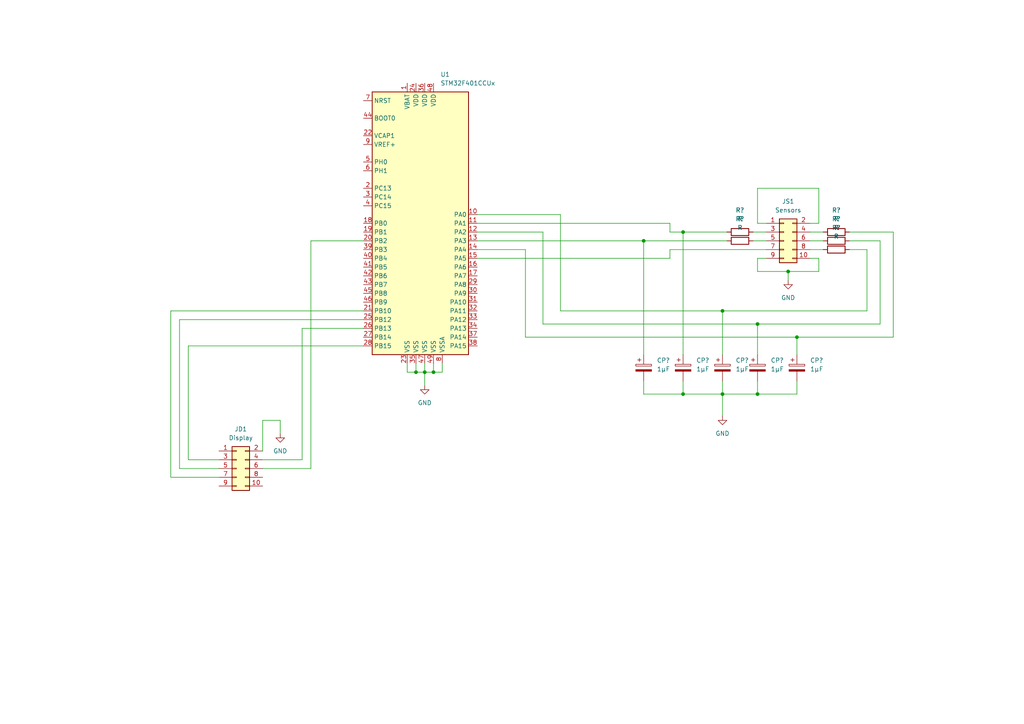
<source format=kicad_sch>
(kicad_sch (version 20211123) (generator eeschema)
  (paper "A4")
  (lib_symbols
    (symbol "Connector_Generic:Conn_02x05_Odd_Even" (pin_names (offset 1.016) hide)
      (property "Reference" "J" (at 1.27 7.62 0))
      (property "Value" "Conn_02x05_Odd_Even" (at 1.27 -7.62 0))
      (symbol "Conn_02x05_Odd_Even_1_1"
        (rectangle (start -1.27 -4.953) (end 0 -5.207) (stroke (width 0.1524)))
        (rectangle (start -1.27 -2.413) (end 0 -2.667) (stroke (width 0.1524)))
        (rectangle (start -1.27 0.127) (end 0 -0.127) (stroke (width 0.1524)))
        (rectangle (start -1.27 2.667) (end 0 2.413) (stroke (width 0.1524)))
        (rectangle (start -1.27 5.207) (end 0 4.953) (stroke (width 0.1524)))
        (rectangle (start -1.27 6.35) (end 3.81 -6.35) (stroke (width 0.254)) (fill (type background)))
        (rectangle (start 3.81 -4.953) (end 2.54 -5.207) (stroke (width 0.1524)))
        (rectangle (start 3.81 -2.413) (end 2.54 -2.667) (stroke (width 0.1524)))
        (rectangle (start 3.81 0.127) (end 2.54 -0.127) (stroke (width 0.1524)))
        (rectangle (start 3.81 2.667) (end 2.54 2.413) (stroke (width 0.1524)))
        (rectangle (start 3.81 5.207) (end 2.54 4.953) (stroke (width 0.1524)))
        (pin passive line (at -5.08 5.08 0) (length 3.81) (name "Pin_1") (number "1"))
        (pin passive line (at 7.62 -5.08 180) (length 3.81) (name "Pin_10") (number "10"))
        (pin passive line (at 7.62 5.08 180) (length 3.81) (name "Pin_2") (number "2"))
        (pin passive line (at -5.08 2.54 0) (length 3.81) (name "Pin_3") (number "3"))
        (pin passive line (at 7.62 2.54 180) (length 3.81) (name "Pin_4") (number "4"))
        (pin passive line (at -5.08 0 0) (length 3.81) (name "Pin_5") (number "5"))
        (pin passive line (at 7.62 0 180) (length 3.81) (name "Pin_6") (number "6"))
        (pin passive line (at -5.08 -2.54 0) (length 3.81) (name "Pin_7") (number "7"))
        (pin passive line (at 7.62 -2.54 180) (length 3.81) (name "Pin_8") (number "8"))
        (pin passive line (at -5.08 -5.08 0) (length 3.81) (name "Pin_9") (number "9"))
      )
    )
    (symbol "Device:C_Polarized" (pin_numbers hide) (pin_names (offset 0.254))
      (property "Reference" "C" (at 0.635 2.54 0))
      (property "Value" "C_Polarized" (at 0.635 -2.54 0))
      (symbol "C_Polarized_0_1"
        (rectangle (start -2.286 0.508) (end 2.286 1.016))
        (polyline (pts (xy -1.778 2.286) (xy -0.762 2.286)))
        (polyline (pts (xy -1.27 2.794) (xy -1.27 1.778)))
        (rectangle (start 2.286 -0.508) (end -2.286 -1.016) (fill (type outline)))
      )
      (symbol "C_Polarized_1_1"
        (pin passive line (at 0 3.81 270) (length 2.794) (name "~") (number "1"))
        (pin passive line (at 0 -3.81 90) (length 2.794) (name "~") (number "2"))
      )
    )
    (symbol "Device:R" (pin_numbers hide) (pin_names (offset 0))
      (property "Reference" "R" (at 2.032 0 90))
      (property "Value" "R" (at 0 0 90))
      (symbol "R_0_1"
        (rectangle (start -1.016 -2.54) (end 1.016 2.54) (stroke (width 0.254)))
      )
      (symbol "R_1_1"
        (pin passive line (at 0 3.81 270) (length 1.27) (name "~") (number "1"))
        (pin passive line (at 0 -3.81 90) (length 1.27) (name "~") (number "2"))
      )
    )
    (symbol "MCU_ST_STM32F4:STM32F401CCUx"
      (property "Reference" "U" (at -15.24 39.37 0))
      (property "Value" "STM32F401CCUx" (at 5.08 39.37 0))
      (symbol "STM32F401CCUx_0_1"
        (rectangle (start -15.24 -38.1) (end 12.7 38.1) (stroke (width 0.254)) (fill (type background)))
      )
      (symbol "STM32F401CCUx_1_1"
        (pin power_in line (at -5.08 40.64 270) (length 2.54) (name "VBAT") (number "1"))
        (pin bidirectional line (at 15.24 2.54 180) (length 2.54) (name "PA0") (number "10"))
        (pin bidirectional line (at 15.24 0 180) (length 2.54) (name "PA1") (number "11"))
        (pin bidirectional line (at 15.24 -2.54 180) (length 2.54) (name "PA2") (number "12"))
        (pin bidirectional line (at 15.24 -5.08 180) (length 2.54) (name "PA3") (number "13"))
        (pin bidirectional line (at 15.24 -7.62 180) (length 2.54) (name "PA4") (number "14"))
        (pin bidirectional line (at 15.24 -10.16 180) (length 2.54) (name "PA5") (number "15"))
        (pin bidirectional line (at 15.24 -12.7 180) (length 2.54) (name "PA6") (number "16"))
        (pin bidirectional line (at 15.24 -15.24 180) (length 2.54) (name "PA7") (number "17"))
        (pin bidirectional line (at -17.78 0 0) (length 2.54) (name "PB0") (number "18"))
        (pin bidirectional line (at -17.78 -2.54 0) (length 2.54) (name "PB1") (number "19"))
        (pin bidirectional line (at -17.78 10.16 0) (length 2.54) (name "PC13") (number "2"))
        (pin bidirectional line (at -17.78 -5.08 0) (length 2.54) (name "PB2") (number "20"))
        (pin bidirectional line (at -17.78 -25.4 0) (length 2.54) (name "PB10") (number "21"))
        (pin power_in line (at -17.78 25.4 0) (length 2.54) (name "VCAP1") (number "22"))
        (pin power_in line (at -5.08 -40.64 90) (length 2.54) (name "VSS") (number "23"))
        (pin power_in line (at -2.54 40.64 270) (length 2.54) (name "VDD") (number "24"))
        (pin bidirectional line (at -17.78 -27.94 0) (length 2.54) (name "PB12") (number "25"))
        (pin bidirectional line (at -17.78 -30.48 0) (length 2.54) (name "PB13") (number "26"))
        (pin bidirectional line (at -17.78 -33.02 0) (length 2.54) (name "PB14") (number "27"))
        (pin bidirectional line (at -17.78 -35.56 0) (length 2.54) (name "PB15") (number "28"))
        (pin bidirectional line (at 15.24 -17.78 180) (length 2.54) (name "PA8") (number "29"))
        (pin bidirectional line (at -17.78 7.62 0) (length 2.54) (name "PC14") (number "3"))
        (pin bidirectional line (at 15.24 -20.32 180) (length 2.54) (name "PA9") (number "30"))
        (pin bidirectional line (at 15.24 -22.86 180) (length 2.54) (name "PA10") (number "31"))
        (pin bidirectional line (at 15.24 -25.4 180) (length 2.54) (name "PA11") (number "32"))
        (pin bidirectional line (at 15.24 -27.94 180) (length 2.54) (name "PA12") (number "33"))
        (pin bidirectional line (at 15.24 -30.48 180) (length 2.54) (name "PA13") (number "34"))
        (pin power_in line (at -2.54 -40.64 90) (length 2.54) (name "VSS") (number "35"))
        (pin power_in line (at 0 40.64 270) (length 2.54) (name "VDD") (number "36"))
        (pin bidirectional line (at 15.24 -33.02 180) (length 2.54) (name "PA14") (number "37"))
        (pin bidirectional line (at 15.24 -35.56 180) (length 2.54) (name "PA15") (number "38"))
        (pin bidirectional line (at -17.78 -7.62 0) (length 2.54) (name "PB3") (number "39"))
        (pin bidirectional line (at -17.78 5.08 0) (length 2.54) (name "PC15") (number "4"))
        (pin bidirectional line (at -17.78 -10.16 0) (length 2.54) (name "PB4") (number "40"))
        (pin bidirectional line (at -17.78 -12.7 0) (length 2.54) (name "PB5") (number "41"))
        (pin bidirectional line (at -17.78 -15.24 0) (length 2.54) (name "PB6") (number "42"))
        (pin bidirectional line (at -17.78 -17.78 0) (length 2.54) (name "PB7") (number "43"))
        (pin input line (at -17.78 30.48 0) (length 2.54) (name "BOOT0") (number "44"))
        (pin bidirectional line (at -17.78 -20.32 0) (length 2.54) (name "PB8") (number "45"))
        (pin bidirectional line (at -17.78 -22.86 0) (length 2.54) (name "PB9") (number "46"))
        (pin power_in line (at 0 -40.64 90) (length 2.54) (name "VSS") (number "47"))
        (pin power_in line (at 2.54 40.64 270) (length 2.54) (name "VDD") (number "48"))
        (pin power_in line (at 2.54 -40.64 90) (length 2.54) (name "VSS") (number "49"))
        (pin input line (at -17.78 17.78 0) (length 2.54) (name "PH0") (number "5"))
        (pin input line (at -17.78 15.24 0) (length 2.54) (name "PH1") (number "6"))
        (pin input line (at -17.78 35.56 0) (length 2.54) (name "NRST") (number "7"))
        (pin power_in line (at 5.08 -40.64 90) (length 2.54) (name "VSSA") (number "8"))
        (pin power_in line (at -17.78 22.86 0) (length 2.54) (name "VREF+") (number "9"))
      )
    )
    (symbol "power:GND" (power) (pin_names (offset 0))
      (property "Value" "GND" (at 0 -3.81 0))
      (symbol "GND_0_1"
        (polyline (pts (xy 0 0) (xy 0 -1.27) (xy 1.27 -1.27) (xy 0 -2.54) (xy -1.27 -1.27) (xy 0 -1.27)))
      )
      (symbol "GND_1_1"
        (pin power_in line (at 0 0 270) (length 0) hide (name "GND") (number "1"))
      )
    )
  )
  (junction (at 120.65 107.95))
  (junction (at 198.12 114.3))
  (junction (at 209.55 114.3))
  (junction (at 198.12 67.31))
  (junction (at 123.19 107.95))
  (junction (at 228.6 78.74))
  (junction (at 125.73 107.95))
  (junction (at 219.71 114.3))
  (junction (at 231.14 97.79))
  (junction (at 219.71 93.98))
  (junction (at 209.55 90.17))
  (junction (at 186.69 69.85))
  (wire (pts (xy 186.69 114.3) (xy 198.12 114.3)))
  (wire (pts (xy 259.08 67.31) (xy 259.08 97.79)))
  (wire (pts (xy 194.31 64.77) (xy 194.31 67.31)))
  (wire (pts (xy 198.12 102.87) (xy 198.12 67.31)))
  (wire (pts (xy 87.63 95.25) (xy 87.63 133.35)))
  (wire (pts (xy 209.55 90.17) (xy 209.55 102.87)))
  (wire (pts (xy 228.6 78.74) (xy 228.6 81.28)))
  (wire (pts (xy 105.41 90.17) (xy 49.53 90.17)))
  (wire (pts (xy 251.46 90.17) (xy 209.55 90.17)))
  (wire (pts (xy 209.55 114.3) (xy 209.55 120.65)))
  (wire (pts (xy 123.19 107.95) (xy 123.19 111.76)))
  (wire (pts (xy 49.53 138.43) (xy 63.5 138.43)))
  (wire (pts (xy 231.14 114.3) (xy 231.14 110.49)))
  (wire (pts (xy 219.71 110.49) (xy 219.71 114.3)))
  (wire (pts (xy 120.65 105.41) (xy 120.65 107.95)))
  (wire (pts (xy 219.71 93.98) (xy 219.71 102.87)))
  (wire (pts (xy 54.61 100.33) (xy 54.61 133.35)))
  (wire (pts (xy 198.12 114.3) (xy 209.55 114.3)))
  (wire (pts (xy 87.63 133.35) (xy 76.2 133.35)))
  (wire (pts (xy 186.69 69.85) (xy 210.82 69.85)))
  (wire (pts (xy 138.43 69.85) (xy 186.69 69.85)))
  (wire (pts (xy 222.25 64.77) (xy 219.71 64.77)))
  (wire (pts (xy 218.44 67.31) (xy 222.25 67.31)))
  (wire (pts (xy 105.41 92.71) (xy 52.07 92.71)))
  (wire (pts (xy 237.49 64.77) (xy 234.95 64.77)))
  (wire (pts (xy 125.73 107.95) (xy 128.27 107.95)))
  (wire (pts (xy 118.11 105.41) (xy 118.11 107.95)))
  (wire (pts (xy 198.12 67.31) (xy 210.82 67.31)))
  (wire (pts (xy 52.07 92.71) (xy 52.07 135.89)))
  (wire (pts (xy 138.43 64.77) (xy 194.31 64.77)))
  (wire (pts (xy 234.95 69.85) (xy 238.76 69.85)))
  (wire (pts (xy 105.41 95.25) (xy 87.63 95.25)))
  (wire (pts (xy 198.12 110.49) (xy 198.12 114.3)))
  (wire (pts (xy 186.69 110.49) (xy 186.69 114.3)))
  (wire (pts (xy 105.41 69.85) (xy 90.17 69.85)))
  (wire (pts (xy 255.27 93.98) (xy 255.27 69.85)))
  (wire (pts (xy 138.43 72.39) (xy 152.4 72.39)))
  (wire (pts (xy 237.49 54.61) (xy 237.49 64.77)))
  (wire (pts (xy 209.55 90.17) (xy 162.56 90.17)))
  (wire (pts (xy 209.55 114.3) (xy 219.71 114.3)))
  (wire (pts (xy 105.41 100.33) (xy 54.61 100.33)))
  (wire (pts (xy 222.25 74.93) (xy 219.71 74.93)))
  (wire (pts (xy 152.4 97.79) (xy 231.14 97.79)))
  (wire (pts (xy 138.43 74.93) (xy 194.31 74.93)))
  (wire (pts (xy 194.31 67.31) (xy 198.12 67.31)))
  (wire (pts (xy 125.73 105.41) (xy 125.73 107.95)))
  (wire (pts (xy 231.14 97.79) (xy 259.08 97.79)))
  (wire (pts (xy 194.31 72.39) (xy 222.25 72.39)))
  (wire (pts (xy 90.17 69.85) (xy 90.17 135.89)))
  (wire (pts (xy 152.4 72.39) (xy 152.4 97.79)))
  (wire (pts (xy 49.53 90.17) (xy 49.53 138.43)))
  (wire (pts (xy 246.38 69.85) (xy 255.27 69.85)))
  (wire (pts (xy 234.95 67.31) (xy 238.76 67.31)))
  (wire (pts (xy 186.69 69.85) (xy 186.69 102.87)))
  (wire (pts (xy 209.55 110.49) (xy 209.55 114.3)))
  (wire (pts (xy 219.71 74.93) (xy 219.71 78.74)))
  (wire (pts (xy 219.71 114.3) (xy 231.14 114.3)))
  (wire (pts (xy 157.48 93.98) (xy 219.71 93.98)))
  (wire (pts (xy 52.07 135.89) (xy 63.5 135.89)))
  (wire (pts (xy 228.6 78.74) (xy 237.49 78.74)))
  (wire (pts (xy 118.11 107.95) (xy 120.65 107.95)))
  (wire (pts (xy 237.49 78.74) (xy 237.49 74.93)))
  (wire (pts (xy 246.38 72.39) (xy 251.46 72.39)))
  (wire (pts (xy 219.71 54.61) (xy 237.49 54.61)))
  (wire (pts (xy 138.43 67.31) (xy 157.48 67.31)))
  (wire (pts (xy 251.46 72.39) (xy 251.46 90.17)))
  (wire (pts (xy 120.65 107.95) (xy 123.19 107.95)))
  (wire (pts (xy 237.49 74.93) (xy 234.95 74.93)))
  (wire (pts (xy 123.19 107.95) (xy 125.73 107.95)))
  (wire (pts (xy 81.28 121.92) (xy 76.2 121.92)))
  (wire (pts (xy 157.48 67.31) (xy 157.48 93.98)))
  (wire (pts (xy 234.95 72.39) (xy 238.76 72.39)))
  (wire (pts (xy 246.38 67.31) (xy 259.08 67.31)))
  (wire (pts (xy 219.71 64.77) (xy 219.71 54.61)))
  (wire (pts (xy 231.14 97.79) (xy 231.14 102.87)))
  (wire (pts (xy 194.31 74.93) (xy 194.31 72.39)))
  (wire (pts (xy 81.28 125.73) (xy 81.28 121.92)))
  (wire (pts (xy 219.71 78.74) (xy 228.6 78.74)))
  (wire (pts (xy 76.2 130.81) (xy 76.2 121.92)))
  (wire (pts (xy 128.27 107.95) (xy 128.27 105.41)))
  (wire (pts (xy 54.61 133.35) (xy 63.5 133.35)))
  (wire (pts (xy 123.19 105.41) (xy 123.19 107.95)))
  (wire (pts (xy 76.2 135.89) (xy 90.17 135.89)))
  (wire (pts (xy 218.44 69.85) (xy 222.25 69.85)))
  (wire (pts (xy 162.56 62.23) (xy 162.56 90.17)))
  (wire (pts (xy 219.71 93.98) (xy 255.27 93.98)))
  (wire (pts (xy 138.43 62.23) (xy 162.56 62.23)))
  (symbol (lib_id "Device:R") (at 214.63 69.85 90) (unit 1)
    (property "Reference" "R?" (at 214.63 63.5 90))
    (property "Value" "R" (at 214.63 66.04 90))
  )
  (symbol (lib_id "Device:R") (at 242.57 69.85 90) (unit 1)
    (property "Reference" "R?" (at 242.57 63.5 90))
    (property "Value" "R" (at 242.57 66.04 90))
  )
  (symbol (lib_id "power:GND") (at 209.55 120.65 0) (unit 1)
    (property "Reference" "#PWR?" (effects hide))
    (property "Value" "GND" (at 209.55 125.73 0))
  )
  (symbol (lib_id "Device:R") (at 214.63 67.31 90) (unit 1)
    (property "Reference" "R?" (at 214.63 60.96 90))
    (property "Value" "R" (at 214.63 63.5 90))
  )
  (symbol (lib_id "Device:C_Polarized") (at 198.12 106.68 0) (unit 1)
    (property "Reference" "CP?" (at 201.93 104.5209 0) (effects (justify left)))
    (property "Value" "1µF" (at 201.93 107.0609 0) (effects (justify left)))
    (property "Footprint" "Capacitor_THT:C_Rect_L10.0mm_W3.0mm_P7.50mm_MKS4" (effects hide))
  )
  (symbol (lib_id "Device:C_Polarized") (at 209.55 106.68 0) (unit 1)
    (property "Reference" "CP?" (at 213.36 104.5209 0) (effects (justify left)))
    (property "Value" "1µF" (at 213.36 107.0609 0) (effects (justify left)))
    (property "Footprint" "Capacitor_THT:C_Rect_L10.0mm_W3.0mm_P7.50mm_MKS4" (effects hide))
  )
  (symbol (lib_id "Device:R") (at 242.57 67.31 270) (unit 1)
    (property "Reference" "R?" (at 242.57 60.96 90))
    (property "Value" "R" (at 242.57 63.5 90))
  )
  (symbol (lib_id "Device:C_Polarized") (at 186.69 106.68 0) (unit 1)
    (property "Reference" "CP?" (at 190.5 104.5209 0) (effects (justify left)))
    (property "Value" "1µF" (at 190.5 107.0609 0) (effects (justify left)))
    (property "Footprint" "Capacitor_THT:C_Rect_L10.0mm_W3.0mm_P7.50mm_MKS4" (effects hide))
  )
  (symbol (lib_id "Device:C_Polarized") (at 219.71 106.68 0) (unit 1)
    (property "Reference" "CP?" (at 223.52 104.5209 0) (effects (justify left)))
    (property "Value" "1µF" (at 223.52 107.0609 0) (effects (justify left)))
    (property "Footprint" "Capacitor_THT:C_Rect_L10.0mm_W3.0mm_P7.50mm_MKS4" (effects hide))
  )
  (symbol (lib_id "power:GND") (at 123.19 111.76 0) (unit 1)
    (property "Reference" "#PWR?" (effects hide))
    (property "Value" "GND" (at 123.19 116.84 0))
  )
  (symbol (lib_id "Device:C_Polarized") (at 231.14 106.68 0) (unit 1)
    (property "Reference" "CP?" (at 234.95 104.5209 0) (effects (justify left)))
    (property "Value" "1µF" (at 234.95 107.0609 0) (effects (justify left)))
    (property "Footprint" "Capacitor_THT:C_Rect_L10.0mm_W3.0mm_P7.50mm_MKS4" (effects hide))
  )
  (symbol (lib_id "power:GND") (at 81.28 125.73 0) (unit 1)
    (property "Reference" "#PWR?" (effects hide))
    (property "Value" "GND" (at 81.28 130.81 0))
  )
  (symbol (lib_id "Device:R") (at 242.57 72.39 90) (unit 1)
    (property "Reference" "R?" (at 242.57 66.04 90))
    (property "Value" "R" (at 242.57 68.58 90))
  )
  (symbol (lib_id "MCU_ST_STM32F4:STM32F401CCUx") (at 123.19 64.77 0) (unit 1)
    (property "Reference" "U1" (at 127.7494 21.59 0) (effects (justify left)))
    (property "Value" "STM32F401CCUx" (at 127.7494 24.13 0) (effects (justify left)))
    (property "Footprint" "Package_DFN_QFN:QFN-48-1EP_7x7mm_P0.5mm_EP5.6x5.6mm" (effects hide))
    (property "Datasheet" "http://www.st.com/st-web-ui/static/active/en/resource/technical/document/datasheet/DM00086815.pdf" (effects hide))
  )
  (symbol (lib_id "Connector_Generic:Conn_02x05_Odd_Even") (at 68.58 135.89 0) (unit 1)
    (property "Reference" "JD1" (at 69.85 124.46 0))
    (property "Value" "Display" (at 69.85 127 0))
  )
  (symbol (lib_id "Connector_Generic:Conn_02x05_Odd_Even") (at 227.33 69.85 0) (unit 1)
    (property "Reference" "JS1" (at 228.6 58.42 0))
    (property "Value" "Sensors" (at 228.6 60.96 0))
  )
  (symbol (lib_id "power:GND") (at 228.6 81.28 0) (unit 1)
    (property "Reference" "#PWR?" (effects hide))
    (property "Value" "GND" (at 228.6 86.36 0))
  )
)
</source>
